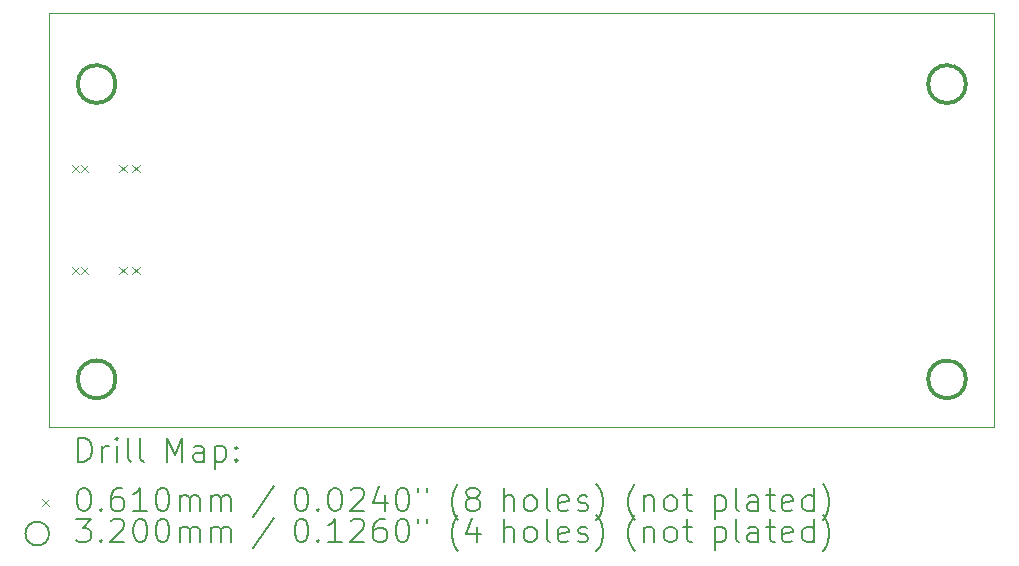
<source format=gbr>
%TF.GenerationSoftware,KiCad,Pcbnew,(7.0.0)*%
%TF.CreationDate,2023-03-04T11:40:16-06:00*%
%TF.ProjectId,V0_Display,56305f44-6973-4706-9c61-792e6b696361,rev?*%
%TF.SameCoordinates,Original*%
%TF.FileFunction,Drillmap*%
%TF.FilePolarity,Positive*%
%FSLAX45Y45*%
G04 Gerber Fmt 4.5, Leading zero omitted, Abs format (unit mm)*
G04 Created by KiCad (PCBNEW (7.0.0)) date 2023-03-04 11:40:16*
%MOMM*%
%LPD*%
G01*
G04 APERTURE LIST*
%ADD10C,0.050000*%
%ADD11C,0.200000*%
%ADD12C,0.060960*%
%ADD13C,0.320000*%
G04 APERTURE END LIST*
D10*
X8517000Y-8465000D02*
X8517000Y-4965000D01*
X16517000Y-8465000D02*
X8517000Y-8465000D01*
X8517000Y-4965000D02*
X16517000Y-4965000D01*
X16517000Y-4965000D02*
X16517000Y-8465000D01*
D11*
D12*
X8708030Y-6252320D02*
X8768990Y-6313280D01*
X8768990Y-6252320D02*
X8708030Y-6313280D01*
X8708030Y-7116320D02*
X8768990Y-7177280D01*
X8768990Y-7116320D02*
X8708030Y-7177280D01*
X8786770Y-6252320D02*
X8847730Y-6313280D01*
X8847730Y-6252320D02*
X8786770Y-6313280D01*
X8786770Y-7116320D02*
X8847730Y-7177280D01*
X8847730Y-7116320D02*
X8786770Y-7177280D01*
X9110790Y-6252320D02*
X9171750Y-6313280D01*
X9171750Y-6252320D02*
X9110790Y-6313280D01*
X9110790Y-7116320D02*
X9171750Y-7177280D01*
X9171750Y-7116320D02*
X9110790Y-7177280D01*
X9220010Y-6252320D02*
X9280970Y-6313280D01*
X9280970Y-6252320D02*
X9220010Y-6313280D01*
X9220010Y-7116320D02*
X9280970Y-7177280D01*
X9280970Y-7116320D02*
X9220010Y-7177280D01*
D13*
X9077000Y-5565000D02*
G75*
G03*
X9077000Y-5565000I-160000J0D01*
G01*
X9077000Y-8065000D02*
G75*
G03*
X9077000Y-8065000I-160000J0D01*
G01*
X16277000Y-5565000D02*
G75*
G03*
X16277000Y-5565000I-160000J0D01*
G01*
X16277000Y-8065000D02*
G75*
G03*
X16277000Y-8065000I-160000J0D01*
G01*
D11*
X8762119Y-8760976D02*
X8762119Y-8560976D01*
X8762119Y-8560976D02*
X8809738Y-8560976D01*
X8809738Y-8560976D02*
X8838310Y-8570500D01*
X8838310Y-8570500D02*
X8857357Y-8589548D01*
X8857357Y-8589548D02*
X8866881Y-8608595D01*
X8866881Y-8608595D02*
X8876405Y-8646690D01*
X8876405Y-8646690D02*
X8876405Y-8675262D01*
X8876405Y-8675262D02*
X8866881Y-8713357D01*
X8866881Y-8713357D02*
X8857357Y-8732405D01*
X8857357Y-8732405D02*
X8838310Y-8751452D01*
X8838310Y-8751452D02*
X8809738Y-8760976D01*
X8809738Y-8760976D02*
X8762119Y-8760976D01*
X8962119Y-8760976D02*
X8962119Y-8627643D01*
X8962119Y-8665738D02*
X8971643Y-8646690D01*
X8971643Y-8646690D02*
X8981167Y-8637167D01*
X8981167Y-8637167D02*
X9000214Y-8627643D01*
X9000214Y-8627643D02*
X9019262Y-8627643D01*
X9085929Y-8760976D02*
X9085929Y-8627643D01*
X9085929Y-8560976D02*
X9076405Y-8570500D01*
X9076405Y-8570500D02*
X9085929Y-8580024D01*
X9085929Y-8580024D02*
X9095452Y-8570500D01*
X9095452Y-8570500D02*
X9085929Y-8560976D01*
X9085929Y-8560976D02*
X9085929Y-8580024D01*
X9209738Y-8760976D02*
X9190690Y-8751452D01*
X9190690Y-8751452D02*
X9181167Y-8732405D01*
X9181167Y-8732405D02*
X9181167Y-8560976D01*
X9314500Y-8760976D02*
X9295452Y-8751452D01*
X9295452Y-8751452D02*
X9285929Y-8732405D01*
X9285929Y-8732405D02*
X9285929Y-8560976D01*
X9510690Y-8760976D02*
X9510690Y-8560976D01*
X9510690Y-8560976D02*
X9577357Y-8703833D01*
X9577357Y-8703833D02*
X9644024Y-8560976D01*
X9644024Y-8560976D02*
X9644024Y-8760976D01*
X9824976Y-8760976D02*
X9824976Y-8656214D01*
X9824976Y-8656214D02*
X9815452Y-8637167D01*
X9815452Y-8637167D02*
X9796405Y-8627643D01*
X9796405Y-8627643D02*
X9758309Y-8627643D01*
X9758309Y-8627643D02*
X9739262Y-8637167D01*
X9824976Y-8751452D02*
X9805929Y-8760976D01*
X9805929Y-8760976D02*
X9758309Y-8760976D01*
X9758309Y-8760976D02*
X9739262Y-8751452D01*
X9739262Y-8751452D02*
X9729738Y-8732405D01*
X9729738Y-8732405D02*
X9729738Y-8713357D01*
X9729738Y-8713357D02*
X9739262Y-8694310D01*
X9739262Y-8694310D02*
X9758309Y-8684786D01*
X9758309Y-8684786D02*
X9805929Y-8684786D01*
X9805929Y-8684786D02*
X9824976Y-8675262D01*
X9920214Y-8627643D02*
X9920214Y-8827643D01*
X9920214Y-8637167D02*
X9939262Y-8627643D01*
X9939262Y-8627643D02*
X9977357Y-8627643D01*
X9977357Y-8627643D02*
X9996405Y-8637167D01*
X9996405Y-8637167D02*
X10005929Y-8646690D01*
X10005929Y-8646690D02*
X10015452Y-8665738D01*
X10015452Y-8665738D02*
X10015452Y-8722881D01*
X10015452Y-8722881D02*
X10005929Y-8741929D01*
X10005929Y-8741929D02*
X9996405Y-8751452D01*
X9996405Y-8751452D02*
X9977357Y-8760976D01*
X9977357Y-8760976D02*
X9939262Y-8760976D01*
X9939262Y-8760976D02*
X9920214Y-8751452D01*
X10101167Y-8741929D02*
X10110690Y-8751452D01*
X10110690Y-8751452D02*
X10101167Y-8760976D01*
X10101167Y-8760976D02*
X10091643Y-8751452D01*
X10091643Y-8751452D02*
X10101167Y-8741929D01*
X10101167Y-8741929D02*
X10101167Y-8760976D01*
X10101167Y-8637167D02*
X10110690Y-8646690D01*
X10110690Y-8646690D02*
X10101167Y-8656214D01*
X10101167Y-8656214D02*
X10091643Y-8646690D01*
X10091643Y-8646690D02*
X10101167Y-8637167D01*
X10101167Y-8637167D02*
X10101167Y-8656214D01*
D12*
X8453540Y-9077020D02*
X8514500Y-9137980D01*
X8514500Y-9077020D02*
X8453540Y-9137980D01*
D11*
X8800214Y-8980976D02*
X8819262Y-8980976D01*
X8819262Y-8980976D02*
X8838310Y-8990500D01*
X8838310Y-8990500D02*
X8847833Y-9000024D01*
X8847833Y-9000024D02*
X8857357Y-9019071D01*
X8857357Y-9019071D02*
X8866881Y-9057167D01*
X8866881Y-9057167D02*
X8866881Y-9104786D01*
X8866881Y-9104786D02*
X8857357Y-9142881D01*
X8857357Y-9142881D02*
X8847833Y-9161929D01*
X8847833Y-9161929D02*
X8838310Y-9171452D01*
X8838310Y-9171452D02*
X8819262Y-9180976D01*
X8819262Y-9180976D02*
X8800214Y-9180976D01*
X8800214Y-9180976D02*
X8781167Y-9171452D01*
X8781167Y-9171452D02*
X8771643Y-9161929D01*
X8771643Y-9161929D02*
X8762119Y-9142881D01*
X8762119Y-9142881D02*
X8752595Y-9104786D01*
X8752595Y-9104786D02*
X8752595Y-9057167D01*
X8752595Y-9057167D02*
X8762119Y-9019071D01*
X8762119Y-9019071D02*
X8771643Y-9000024D01*
X8771643Y-9000024D02*
X8781167Y-8990500D01*
X8781167Y-8990500D02*
X8800214Y-8980976D01*
X8952595Y-9161929D02*
X8962119Y-9171452D01*
X8962119Y-9171452D02*
X8952595Y-9180976D01*
X8952595Y-9180976D02*
X8943071Y-9171452D01*
X8943071Y-9171452D02*
X8952595Y-9161929D01*
X8952595Y-9161929D02*
X8952595Y-9180976D01*
X9133548Y-8980976D02*
X9095452Y-8980976D01*
X9095452Y-8980976D02*
X9076405Y-8990500D01*
X9076405Y-8990500D02*
X9066881Y-9000024D01*
X9066881Y-9000024D02*
X9047833Y-9028595D01*
X9047833Y-9028595D02*
X9038310Y-9066690D01*
X9038310Y-9066690D02*
X9038310Y-9142881D01*
X9038310Y-9142881D02*
X9047833Y-9161929D01*
X9047833Y-9161929D02*
X9057357Y-9171452D01*
X9057357Y-9171452D02*
X9076405Y-9180976D01*
X9076405Y-9180976D02*
X9114500Y-9180976D01*
X9114500Y-9180976D02*
X9133548Y-9171452D01*
X9133548Y-9171452D02*
X9143071Y-9161929D01*
X9143071Y-9161929D02*
X9152595Y-9142881D01*
X9152595Y-9142881D02*
X9152595Y-9095262D01*
X9152595Y-9095262D02*
X9143071Y-9076214D01*
X9143071Y-9076214D02*
X9133548Y-9066690D01*
X9133548Y-9066690D02*
X9114500Y-9057167D01*
X9114500Y-9057167D02*
X9076405Y-9057167D01*
X9076405Y-9057167D02*
X9057357Y-9066690D01*
X9057357Y-9066690D02*
X9047833Y-9076214D01*
X9047833Y-9076214D02*
X9038310Y-9095262D01*
X9343071Y-9180976D02*
X9228786Y-9180976D01*
X9285929Y-9180976D02*
X9285929Y-8980976D01*
X9285929Y-8980976D02*
X9266881Y-9009548D01*
X9266881Y-9009548D02*
X9247833Y-9028595D01*
X9247833Y-9028595D02*
X9228786Y-9038119D01*
X9466881Y-8980976D02*
X9485929Y-8980976D01*
X9485929Y-8980976D02*
X9504976Y-8990500D01*
X9504976Y-8990500D02*
X9514500Y-9000024D01*
X9514500Y-9000024D02*
X9524024Y-9019071D01*
X9524024Y-9019071D02*
X9533548Y-9057167D01*
X9533548Y-9057167D02*
X9533548Y-9104786D01*
X9533548Y-9104786D02*
X9524024Y-9142881D01*
X9524024Y-9142881D02*
X9514500Y-9161929D01*
X9514500Y-9161929D02*
X9504976Y-9171452D01*
X9504976Y-9171452D02*
X9485929Y-9180976D01*
X9485929Y-9180976D02*
X9466881Y-9180976D01*
X9466881Y-9180976D02*
X9447833Y-9171452D01*
X9447833Y-9171452D02*
X9438310Y-9161929D01*
X9438310Y-9161929D02*
X9428786Y-9142881D01*
X9428786Y-9142881D02*
X9419262Y-9104786D01*
X9419262Y-9104786D02*
X9419262Y-9057167D01*
X9419262Y-9057167D02*
X9428786Y-9019071D01*
X9428786Y-9019071D02*
X9438310Y-9000024D01*
X9438310Y-9000024D02*
X9447833Y-8990500D01*
X9447833Y-8990500D02*
X9466881Y-8980976D01*
X9619262Y-9180976D02*
X9619262Y-9047643D01*
X9619262Y-9066690D02*
X9628786Y-9057167D01*
X9628786Y-9057167D02*
X9647833Y-9047643D01*
X9647833Y-9047643D02*
X9676405Y-9047643D01*
X9676405Y-9047643D02*
X9695452Y-9057167D01*
X9695452Y-9057167D02*
X9704976Y-9076214D01*
X9704976Y-9076214D02*
X9704976Y-9180976D01*
X9704976Y-9076214D02*
X9714500Y-9057167D01*
X9714500Y-9057167D02*
X9733548Y-9047643D01*
X9733548Y-9047643D02*
X9762119Y-9047643D01*
X9762119Y-9047643D02*
X9781167Y-9057167D01*
X9781167Y-9057167D02*
X9790691Y-9076214D01*
X9790691Y-9076214D02*
X9790691Y-9180976D01*
X9885929Y-9180976D02*
X9885929Y-9047643D01*
X9885929Y-9066690D02*
X9895452Y-9057167D01*
X9895452Y-9057167D02*
X9914500Y-9047643D01*
X9914500Y-9047643D02*
X9943072Y-9047643D01*
X9943072Y-9047643D02*
X9962119Y-9057167D01*
X9962119Y-9057167D02*
X9971643Y-9076214D01*
X9971643Y-9076214D02*
X9971643Y-9180976D01*
X9971643Y-9076214D02*
X9981167Y-9057167D01*
X9981167Y-9057167D02*
X10000214Y-9047643D01*
X10000214Y-9047643D02*
X10028786Y-9047643D01*
X10028786Y-9047643D02*
X10047833Y-9057167D01*
X10047833Y-9057167D02*
X10057357Y-9076214D01*
X10057357Y-9076214D02*
X10057357Y-9180976D01*
X10415452Y-8971452D02*
X10244024Y-9228595D01*
X10640214Y-8980976D02*
X10659262Y-8980976D01*
X10659262Y-8980976D02*
X10678310Y-8990500D01*
X10678310Y-8990500D02*
X10687833Y-9000024D01*
X10687833Y-9000024D02*
X10697357Y-9019071D01*
X10697357Y-9019071D02*
X10706881Y-9057167D01*
X10706881Y-9057167D02*
X10706881Y-9104786D01*
X10706881Y-9104786D02*
X10697357Y-9142881D01*
X10697357Y-9142881D02*
X10687833Y-9161929D01*
X10687833Y-9161929D02*
X10678310Y-9171452D01*
X10678310Y-9171452D02*
X10659262Y-9180976D01*
X10659262Y-9180976D02*
X10640214Y-9180976D01*
X10640214Y-9180976D02*
X10621167Y-9171452D01*
X10621167Y-9171452D02*
X10611643Y-9161929D01*
X10611643Y-9161929D02*
X10602119Y-9142881D01*
X10602119Y-9142881D02*
X10592595Y-9104786D01*
X10592595Y-9104786D02*
X10592595Y-9057167D01*
X10592595Y-9057167D02*
X10602119Y-9019071D01*
X10602119Y-9019071D02*
X10611643Y-9000024D01*
X10611643Y-9000024D02*
X10621167Y-8990500D01*
X10621167Y-8990500D02*
X10640214Y-8980976D01*
X10792595Y-9161929D02*
X10802119Y-9171452D01*
X10802119Y-9171452D02*
X10792595Y-9180976D01*
X10792595Y-9180976D02*
X10783072Y-9171452D01*
X10783072Y-9171452D02*
X10792595Y-9161929D01*
X10792595Y-9161929D02*
X10792595Y-9180976D01*
X10925929Y-8980976D02*
X10944976Y-8980976D01*
X10944976Y-8980976D02*
X10964024Y-8990500D01*
X10964024Y-8990500D02*
X10973548Y-9000024D01*
X10973548Y-9000024D02*
X10983072Y-9019071D01*
X10983072Y-9019071D02*
X10992595Y-9057167D01*
X10992595Y-9057167D02*
X10992595Y-9104786D01*
X10992595Y-9104786D02*
X10983072Y-9142881D01*
X10983072Y-9142881D02*
X10973548Y-9161929D01*
X10973548Y-9161929D02*
X10964024Y-9171452D01*
X10964024Y-9171452D02*
X10944976Y-9180976D01*
X10944976Y-9180976D02*
X10925929Y-9180976D01*
X10925929Y-9180976D02*
X10906881Y-9171452D01*
X10906881Y-9171452D02*
X10897357Y-9161929D01*
X10897357Y-9161929D02*
X10887833Y-9142881D01*
X10887833Y-9142881D02*
X10878310Y-9104786D01*
X10878310Y-9104786D02*
X10878310Y-9057167D01*
X10878310Y-9057167D02*
X10887833Y-9019071D01*
X10887833Y-9019071D02*
X10897357Y-9000024D01*
X10897357Y-9000024D02*
X10906881Y-8990500D01*
X10906881Y-8990500D02*
X10925929Y-8980976D01*
X11068786Y-9000024D02*
X11078310Y-8990500D01*
X11078310Y-8990500D02*
X11097357Y-8980976D01*
X11097357Y-8980976D02*
X11144976Y-8980976D01*
X11144976Y-8980976D02*
X11164024Y-8990500D01*
X11164024Y-8990500D02*
X11173548Y-9000024D01*
X11173548Y-9000024D02*
X11183072Y-9019071D01*
X11183072Y-9019071D02*
X11183072Y-9038119D01*
X11183072Y-9038119D02*
X11173548Y-9066690D01*
X11173548Y-9066690D02*
X11059262Y-9180976D01*
X11059262Y-9180976D02*
X11183072Y-9180976D01*
X11354500Y-9047643D02*
X11354500Y-9180976D01*
X11306881Y-8971452D02*
X11259262Y-9114310D01*
X11259262Y-9114310D02*
X11383071Y-9114310D01*
X11497357Y-8980976D02*
X11516405Y-8980976D01*
X11516405Y-8980976D02*
X11535452Y-8990500D01*
X11535452Y-8990500D02*
X11544976Y-9000024D01*
X11544976Y-9000024D02*
X11554500Y-9019071D01*
X11554500Y-9019071D02*
X11564024Y-9057167D01*
X11564024Y-9057167D02*
X11564024Y-9104786D01*
X11564024Y-9104786D02*
X11554500Y-9142881D01*
X11554500Y-9142881D02*
X11544976Y-9161929D01*
X11544976Y-9161929D02*
X11535452Y-9171452D01*
X11535452Y-9171452D02*
X11516405Y-9180976D01*
X11516405Y-9180976D02*
X11497357Y-9180976D01*
X11497357Y-9180976D02*
X11478310Y-9171452D01*
X11478310Y-9171452D02*
X11468786Y-9161929D01*
X11468786Y-9161929D02*
X11459262Y-9142881D01*
X11459262Y-9142881D02*
X11449738Y-9104786D01*
X11449738Y-9104786D02*
X11449738Y-9057167D01*
X11449738Y-9057167D02*
X11459262Y-9019071D01*
X11459262Y-9019071D02*
X11468786Y-9000024D01*
X11468786Y-9000024D02*
X11478310Y-8990500D01*
X11478310Y-8990500D02*
X11497357Y-8980976D01*
X11640214Y-8980976D02*
X11640214Y-9019071D01*
X11716405Y-8980976D02*
X11716405Y-9019071D01*
X11979262Y-9257167D02*
X11969738Y-9247643D01*
X11969738Y-9247643D02*
X11950691Y-9219071D01*
X11950691Y-9219071D02*
X11941167Y-9200024D01*
X11941167Y-9200024D02*
X11931643Y-9171452D01*
X11931643Y-9171452D02*
X11922119Y-9123833D01*
X11922119Y-9123833D02*
X11922119Y-9085738D01*
X11922119Y-9085738D02*
X11931643Y-9038119D01*
X11931643Y-9038119D02*
X11941167Y-9009548D01*
X11941167Y-9009548D02*
X11950691Y-8990500D01*
X11950691Y-8990500D02*
X11969738Y-8961929D01*
X11969738Y-8961929D02*
X11979262Y-8952405D01*
X12084024Y-9066690D02*
X12064976Y-9057167D01*
X12064976Y-9057167D02*
X12055452Y-9047643D01*
X12055452Y-9047643D02*
X12045929Y-9028595D01*
X12045929Y-9028595D02*
X12045929Y-9019071D01*
X12045929Y-9019071D02*
X12055452Y-9000024D01*
X12055452Y-9000024D02*
X12064976Y-8990500D01*
X12064976Y-8990500D02*
X12084024Y-8980976D01*
X12084024Y-8980976D02*
X12122119Y-8980976D01*
X12122119Y-8980976D02*
X12141167Y-8990500D01*
X12141167Y-8990500D02*
X12150691Y-9000024D01*
X12150691Y-9000024D02*
X12160214Y-9019071D01*
X12160214Y-9019071D02*
X12160214Y-9028595D01*
X12160214Y-9028595D02*
X12150691Y-9047643D01*
X12150691Y-9047643D02*
X12141167Y-9057167D01*
X12141167Y-9057167D02*
X12122119Y-9066690D01*
X12122119Y-9066690D02*
X12084024Y-9066690D01*
X12084024Y-9066690D02*
X12064976Y-9076214D01*
X12064976Y-9076214D02*
X12055452Y-9085738D01*
X12055452Y-9085738D02*
X12045929Y-9104786D01*
X12045929Y-9104786D02*
X12045929Y-9142881D01*
X12045929Y-9142881D02*
X12055452Y-9161929D01*
X12055452Y-9161929D02*
X12064976Y-9171452D01*
X12064976Y-9171452D02*
X12084024Y-9180976D01*
X12084024Y-9180976D02*
X12122119Y-9180976D01*
X12122119Y-9180976D02*
X12141167Y-9171452D01*
X12141167Y-9171452D02*
X12150691Y-9161929D01*
X12150691Y-9161929D02*
X12160214Y-9142881D01*
X12160214Y-9142881D02*
X12160214Y-9104786D01*
X12160214Y-9104786D02*
X12150691Y-9085738D01*
X12150691Y-9085738D02*
X12141167Y-9076214D01*
X12141167Y-9076214D02*
X12122119Y-9066690D01*
X12365929Y-9180976D02*
X12365929Y-8980976D01*
X12451643Y-9180976D02*
X12451643Y-9076214D01*
X12451643Y-9076214D02*
X12442119Y-9057167D01*
X12442119Y-9057167D02*
X12423072Y-9047643D01*
X12423072Y-9047643D02*
X12394500Y-9047643D01*
X12394500Y-9047643D02*
X12375452Y-9057167D01*
X12375452Y-9057167D02*
X12365929Y-9066690D01*
X12575452Y-9180976D02*
X12556405Y-9171452D01*
X12556405Y-9171452D02*
X12546881Y-9161929D01*
X12546881Y-9161929D02*
X12537357Y-9142881D01*
X12537357Y-9142881D02*
X12537357Y-9085738D01*
X12537357Y-9085738D02*
X12546881Y-9066690D01*
X12546881Y-9066690D02*
X12556405Y-9057167D01*
X12556405Y-9057167D02*
X12575452Y-9047643D01*
X12575452Y-9047643D02*
X12604024Y-9047643D01*
X12604024Y-9047643D02*
X12623072Y-9057167D01*
X12623072Y-9057167D02*
X12632595Y-9066690D01*
X12632595Y-9066690D02*
X12642119Y-9085738D01*
X12642119Y-9085738D02*
X12642119Y-9142881D01*
X12642119Y-9142881D02*
X12632595Y-9161929D01*
X12632595Y-9161929D02*
X12623072Y-9171452D01*
X12623072Y-9171452D02*
X12604024Y-9180976D01*
X12604024Y-9180976D02*
X12575452Y-9180976D01*
X12756405Y-9180976D02*
X12737357Y-9171452D01*
X12737357Y-9171452D02*
X12727833Y-9152405D01*
X12727833Y-9152405D02*
X12727833Y-8980976D01*
X12908786Y-9171452D02*
X12889738Y-9180976D01*
X12889738Y-9180976D02*
X12851643Y-9180976D01*
X12851643Y-9180976D02*
X12832595Y-9171452D01*
X12832595Y-9171452D02*
X12823072Y-9152405D01*
X12823072Y-9152405D02*
X12823072Y-9076214D01*
X12823072Y-9076214D02*
X12832595Y-9057167D01*
X12832595Y-9057167D02*
X12851643Y-9047643D01*
X12851643Y-9047643D02*
X12889738Y-9047643D01*
X12889738Y-9047643D02*
X12908786Y-9057167D01*
X12908786Y-9057167D02*
X12918310Y-9076214D01*
X12918310Y-9076214D02*
X12918310Y-9095262D01*
X12918310Y-9095262D02*
X12823072Y-9114310D01*
X12994500Y-9171452D02*
X13013548Y-9180976D01*
X13013548Y-9180976D02*
X13051643Y-9180976D01*
X13051643Y-9180976D02*
X13070691Y-9171452D01*
X13070691Y-9171452D02*
X13080214Y-9152405D01*
X13080214Y-9152405D02*
X13080214Y-9142881D01*
X13080214Y-9142881D02*
X13070691Y-9123833D01*
X13070691Y-9123833D02*
X13051643Y-9114310D01*
X13051643Y-9114310D02*
X13023072Y-9114310D01*
X13023072Y-9114310D02*
X13004024Y-9104786D01*
X13004024Y-9104786D02*
X12994500Y-9085738D01*
X12994500Y-9085738D02*
X12994500Y-9076214D01*
X12994500Y-9076214D02*
X13004024Y-9057167D01*
X13004024Y-9057167D02*
X13023072Y-9047643D01*
X13023072Y-9047643D02*
X13051643Y-9047643D01*
X13051643Y-9047643D02*
X13070691Y-9057167D01*
X13146881Y-9257167D02*
X13156405Y-9247643D01*
X13156405Y-9247643D02*
X13175453Y-9219071D01*
X13175453Y-9219071D02*
X13184976Y-9200024D01*
X13184976Y-9200024D02*
X13194500Y-9171452D01*
X13194500Y-9171452D02*
X13204024Y-9123833D01*
X13204024Y-9123833D02*
X13204024Y-9085738D01*
X13204024Y-9085738D02*
X13194500Y-9038119D01*
X13194500Y-9038119D02*
X13184976Y-9009548D01*
X13184976Y-9009548D02*
X13175453Y-8990500D01*
X13175453Y-8990500D02*
X13156405Y-8961929D01*
X13156405Y-8961929D02*
X13146881Y-8952405D01*
X13476405Y-9257167D02*
X13466881Y-9247643D01*
X13466881Y-9247643D02*
X13447833Y-9219071D01*
X13447833Y-9219071D02*
X13438310Y-9200024D01*
X13438310Y-9200024D02*
X13428786Y-9171452D01*
X13428786Y-9171452D02*
X13419262Y-9123833D01*
X13419262Y-9123833D02*
X13419262Y-9085738D01*
X13419262Y-9085738D02*
X13428786Y-9038119D01*
X13428786Y-9038119D02*
X13438310Y-9009548D01*
X13438310Y-9009548D02*
X13447833Y-8990500D01*
X13447833Y-8990500D02*
X13466881Y-8961929D01*
X13466881Y-8961929D02*
X13476405Y-8952405D01*
X13552595Y-9047643D02*
X13552595Y-9180976D01*
X13552595Y-9066690D02*
X13562119Y-9057167D01*
X13562119Y-9057167D02*
X13581167Y-9047643D01*
X13581167Y-9047643D02*
X13609738Y-9047643D01*
X13609738Y-9047643D02*
X13628786Y-9057167D01*
X13628786Y-9057167D02*
X13638310Y-9076214D01*
X13638310Y-9076214D02*
X13638310Y-9180976D01*
X13762119Y-9180976D02*
X13743072Y-9171452D01*
X13743072Y-9171452D02*
X13733548Y-9161929D01*
X13733548Y-9161929D02*
X13724024Y-9142881D01*
X13724024Y-9142881D02*
X13724024Y-9085738D01*
X13724024Y-9085738D02*
X13733548Y-9066690D01*
X13733548Y-9066690D02*
X13743072Y-9057167D01*
X13743072Y-9057167D02*
X13762119Y-9047643D01*
X13762119Y-9047643D02*
X13790691Y-9047643D01*
X13790691Y-9047643D02*
X13809738Y-9057167D01*
X13809738Y-9057167D02*
X13819262Y-9066690D01*
X13819262Y-9066690D02*
X13828786Y-9085738D01*
X13828786Y-9085738D02*
X13828786Y-9142881D01*
X13828786Y-9142881D02*
X13819262Y-9161929D01*
X13819262Y-9161929D02*
X13809738Y-9171452D01*
X13809738Y-9171452D02*
X13790691Y-9180976D01*
X13790691Y-9180976D02*
X13762119Y-9180976D01*
X13885929Y-9047643D02*
X13962119Y-9047643D01*
X13914500Y-8980976D02*
X13914500Y-9152405D01*
X13914500Y-9152405D02*
X13924024Y-9171452D01*
X13924024Y-9171452D02*
X13943072Y-9180976D01*
X13943072Y-9180976D02*
X13962119Y-9180976D01*
X14148786Y-9047643D02*
X14148786Y-9247643D01*
X14148786Y-9057167D02*
X14167833Y-9047643D01*
X14167833Y-9047643D02*
X14205929Y-9047643D01*
X14205929Y-9047643D02*
X14224976Y-9057167D01*
X14224976Y-9057167D02*
X14234500Y-9066690D01*
X14234500Y-9066690D02*
X14244024Y-9085738D01*
X14244024Y-9085738D02*
X14244024Y-9142881D01*
X14244024Y-9142881D02*
X14234500Y-9161929D01*
X14234500Y-9161929D02*
X14224976Y-9171452D01*
X14224976Y-9171452D02*
X14205929Y-9180976D01*
X14205929Y-9180976D02*
X14167833Y-9180976D01*
X14167833Y-9180976D02*
X14148786Y-9171452D01*
X14358310Y-9180976D02*
X14339262Y-9171452D01*
X14339262Y-9171452D02*
X14329738Y-9152405D01*
X14329738Y-9152405D02*
X14329738Y-8980976D01*
X14520214Y-9180976D02*
X14520214Y-9076214D01*
X14520214Y-9076214D02*
X14510691Y-9057167D01*
X14510691Y-9057167D02*
X14491643Y-9047643D01*
X14491643Y-9047643D02*
X14453548Y-9047643D01*
X14453548Y-9047643D02*
X14434500Y-9057167D01*
X14520214Y-9171452D02*
X14501167Y-9180976D01*
X14501167Y-9180976D02*
X14453548Y-9180976D01*
X14453548Y-9180976D02*
X14434500Y-9171452D01*
X14434500Y-9171452D02*
X14424976Y-9152405D01*
X14424976Y-9152405D02*
X14424976Y-9133357D01*
X14424976Y-9133357D02*
X14434500Y-9114310D01*
X14434500Y-9114310D02*
X14453548Y-9104786D01*
X14453548Y-9104786D02*
X14501167Y-9104786D01*
X14501167Y-9104786D02*
X14520214Y-9095262D01*
X14586881Y-9047643D02*
X14663072Y-9047643D01*
X14615453Y-8980976D02*
X14615453Y-9152405D01*
X14615453Y-9152405D02*
X14624976Y-9171452D01*
X14624976Y-9171452D02*
X14644024Y-9180976D01*
X14644024Y-9180976D02*
X14663072Y-9180976D01*
X14805929Y-9171452D02*
X14786881Y-9180976D01*
X14786881Y-9180976D02*
X14748786Y-9180976D01*
X14748786Y-9180976D02*
X14729738Y-9171452D01*
X14729738Y-9171452D02*
X14720214Y-9152405D01*
X14720214Y-9152405D02*
X14720214Y-9076214D01*
X14720214Y-9076214D02*
X14729738Y-9057167D01*
X14729738Y-9057167D02*
X14748786Y-9047643D01*
X14748786Y-9047643D02*
X14786881Y-9047643D01*
X14786881Y-9047643D02*
X14805929Y-9057167D01*
X14805929Y-9057167D02*
X14815453Y-9076214D01*
X14815453Y-9076214D02*
X14815453Y-9095262D01*
X14815453Y-9095262D02*
X14720214Y-9114310D01*
X14986881Y-9180976D02*
X14986881Y-8980976D01*
X14986881Y-9171452D02*
X14967834Y-9180976D01*
X14967834Y-9180976D02*
X14929738Y-9180976D01*
X14929738Y-9180976D02*
X14910691Y-9171452D01*
X14910691Y-9171452D02*
X14901167Y-9161929D01*
X14901167Y-9161929D02*
X14891643Y-9142881D01*
X14891643Y-9142881D02*
X14891643Y-9085738D01*
X14891643Y-9085738D02*
X14901167Y-9066690D01*
X14901167Y-9066690D02*
X14910691Y-9057167D01*
X14910691Y-9057167D02*
X14929738Y-9047643D01*
X14929738Y-9047643D02*
X14967834Y-9047643D01*
X14967834Y-9047643D02*
X14986881Y-9057167D01*
X15063072Y-9257167D02*
X15072595Y-9247643D01*
X15072595Y-9247643D02*
X15091643Y-9219071D01*
X15091643Y-9219071D02*
X15101167Y-9200024D01*
X15101167Y-9200024D02*
X15110691Y-9171452D01*
X15110691Y-9171452D02*
X15120214Y-9123833D01*
X15120214Y-9123833D02*
X15120214Y-9085738D01*
X15120214Y-9085738D02*
X15110691Y-9038119D01*
X15110691Y-9038119D02*
X15101167Y-9009548D01*
X15101167Y-9009548D02*
X15091643Y-8990500D01*
X15091643Y-8990500D02*
X15072595Y-8961929D01*
X15072595Y-8961929D02*
X15063072Y-8952405D01*
X8514500Y-9371500D02*
G75*
G03*
X8514500Y-9371500I-100000J0D01*
G01*
X8743071Y-9244976D02*
X8866881Y-9244976D01*
X8866881Y-9244976D02*
X8800214Y-9321167D01*
X8800214Y-9321167D02*
X8828786Y-9321167D01*
X8828786Y-9321167D02*
X8847833Y-9330690D01*
X8847833Y-9330690D02*
X8857357Y-9340214D01*
X8857357Y-9340214D02*
X8866881Y-9359262D01*
X8866881Y-9359262D02*
X8866881Y-9406881D01*
X8866881Y-9406881D02*
X8857357Y-9425929D01*
X8857357Y-9425929D02*
X8847833Y-9435452D01*
X8847833Y-9435452D02*
X8828786Y-9444976D01*
X8828786Y-9444976D02*
X8771643Y-9444976D01*
X8771643Y-9444976D02*
X8752595Y-9435452D01*
X8752595Y-9435452D02*
X8743071Y-9425929D01*
X8952595Y-9425929D02*
X8962119Y-9435452D01*
X8962119Y-9435452D02*
X8952595Y-9444976D01*
X8952595Y-9444976D02*
X8943071Y-9435452D01*
X8943071Y-9435452D02*
X8952595Y-9425929D01*
X8952595Y-9425929D02*
X8952595Y-9444976D01*
X9038310Y-9264024D02*
X9047833Y-9254500D01*
X9047833Y-9254500D02*
X9066881Y-9244976D01*
X9066881Y-9244976D02*
X9114500Y-9244976D01*
X9114500Y-9244976D02*
X9133548Y-9254500D01*
X9133548Y-9254500D02*
X9143071Y-9264024D01*
X9143071Y-9264024D02*
X9152595Y-9283071D01*
X9152595Y-9283071D02*
X9152595Y-9302119D01*
X9152595Y-9302119D02*
X9143071Y-9330690D01*
X9143071Y-9330690D02*
X9028786Y-9444976D01*
X9028786Y-9444976D02*
X9152595Y-9444976D01*
X9276405Y-9244976D02*
X9295452Y-9244976D01*
X9295452Y-9244976D02*
X9314500Y-9254500D01*
X9314500Y-9254500D02*
X9324024Y-9264024D01*
X9324024Y-9264024D02*
X9333548Y-9283071D01*
X9333548Y-9283071D02*
X9343071Y-9321167D01*
X9343071Y-9321167D02*
X9343071Y-9368786D01*
X9343071Y-9368786D02*
X9333548Y-9406881D01*
X9333548Y-9406881D02*
X9324024Y-9425929D01*
X9324024Y-9425929D02*
X9314500Y-9435452D01*
X9314500Y-9435452D02*
X9295452Y-9444976D01*
X9295452Y-9444976D02*
X9276405Y-9444976D01*
X9276405Y-9444976D02*
X9257357Y-9435452D01*
X9257357Y-9435452D02*
X9247833Y-9425929D01*
X9247833Y-9425929D02*
X9238310Y-9406881D01*
X9238310Y-9406881D02*
X9228786Y-9368786D01*
X9228786Y-9368786D02*
X9228786Y-9321167D01*
X9228786Y-9321167D02*
X9238310Y-9283071D01*
X9238310Y-9283071D02*
X9247833Y-9264024D01*
X9247833Y-9264024D02*
X9257357Y-9254500D01*
X9257357Y-9254500D02*
X9276405Y-9244976D01*
X9466881Y-9244976D02*
X9485929Y-9244976D01*
X9485929Y-9244976D02*
X9504976Y-9254500D01*
X9504976Y-9254500D02*
X9514500Y-9264024D01*
X9514500Y-9264024D02*
X9524024Y-9283071D01*
X9524024Y-9283071D02*
X9533548Y-9321167D01*
X9533548Y-9321167D02*
X9533548Y-9368786D01*
X9533548Y-9368786D02*
X9524024Y-9406881D01*
X9524024Y-9406881D02*
X9514500Y-9425929D01*
X9514500Y-9425929D02*
X9504976Y-9435452D01*
X9504976Y-9435452D02*
X9485929Y-9444976D01*
X9485929Y-9444976D02*
X9466881Y-9444976D01*
X9466881Y-9444976D02*
X9447833Y-9435452D01*
X9447833Y-9435452D02*
X9438310Y-9425929D01*
X9438310Y-9425929D02*
X9428786Y-9406881D01*
X9428786Y-9406881D02*
X9419262Y-9368786D01*
X9419262Y-9368786D02*
X9419262Y-9321167D01*
X9419262Y-9321167D02*
X9428786Y-9283071D01*
X9428786Y-9283071D02*
X9438310Y-9264024D01*
X9438310Y-9264024D02*
X9447833Y-9254500D01*
X9447833Y-9254500D02*
X9466881Y-9244976D01*
X9619262Y-9444976D02*
X9619262Y-9311643D01*
X9619262Y-9330690D02*
X9628786Y-9321167D01*
X9628786Y-9321167D02*
X9647833Y-9311643D01*
X9647833Y-9311643D02*
X9676405Y-9311643D01*
X9676405Y-9311643D02*
X9695452Y-9321167D01*
X9695452Y-9321167D02*
X9704976Y-9340214D01*
X9704976Y-9340214D02*
X9704976Y-9444976D01*
X9704976Y-9340214D02*
X9714500Y-9321167D01*
X9714500Y-9321167D02*
X9733548Y-9311643D01*
X9733548Y-9311643D02*
X9762119Y-9311643D01*
X9762119Y-9311643D02*
X9781167Y-9321167D01*
X9781167Y-9321167D02*
X9790691Y-9340214D01*
X9790691Y-9340214D02*
X9790691Y-9444976D01*
X9885929Y-9444976D02*
X9885929Y-9311643D01*
X9885929Y-9330690D02*
X9895452Y-9321167D01*
X9895452Y-9321167D02*
X9914500Y-9311643D01*
X9914500Y-9311643D02*
X9943072Y-9311643D01*
X9943072Y-9311643D02*
X9962119Y-9321167D01*
X9962119Y-9321167D02*
X9971643Y-9340214D01*
X9971643Y-9340214D02*
X9971643Y-9444976D01*
X9971643Y-9340214D02*
X9981167Y-9321167D01*
X9981167Y-9321167D02*
X10000214Y-9311643D01*
X10000214Y-9311643D02*
X10028786Y-9311643D01*
X10028786Y-9311643D02*
X10047833Y-9321167D01*
X10047833Y-9321167D02*
X10057357Y-9340214D01*
X10057357Y-9340214D02*
X10057357Y-9444976D01*
X10415452Y-9235452D02*
X10244024Y-9492595D01*
X10640214Y-9244976D02*
X10659262Y-9244976D01*
X10659262Y-9244976D02*
X10678310Y-9254500D01*
X10678310Y-9254500D02*
X10687833Y-9264024D01*
X10687833Y-9264024D02*
X10697357Y-9283071D01*
X10697357Y-9283071D02*
X10706881Y-9321167D01*
X10706881Y-9321167D02*
X10706881Y-9368786D01*
X10706881Y-9368786D02*
X10697357Y-9406881D01*
X10697357Y-9406881D02*
X10687833Y-9425929D01*
X10687833Y-9425929D02*
X10678310Y-9435452D01*
X10678310Y-9435452D02*
X10659262Y-9444976D01*
X10659262Y-9444976D02*
X10640214Y-9444976D01*
X10640214Y-9444976D02*
X10621167Y-9435452D01*
X10621167Y-9435452D02*
X10611643Y-9425929D01*
X10611643Y-9425929D02*
X10602119Y-9406881D01*
X10602119Y-9406881D02*
X10592595Y-9368786D01*
X10592595Y-9368786D02*
X10592595Y-9321167D01*
X10592595Y-9321167D02*
X10602119Y-9283071D01*
X10602119Y-9283071D02*
X10611643Y-9264024D01*
X10611643Y-9264024D02*
X10621167Y-9254500D01*
X10621167Y-9254500D02*
X10640214Y-9244976D01*
X10792595Y-9425929D02*
X10802119Y-9435452D01*
X10802119Y-9435452D02*
X10792595Y-9444976D01*
X10792595Y-9444976D02*
X10783072Y-9435452D01*
X10783072Y-9435452D02*
X10792595Y-9425929D01*
X10792595Y-9425929D02*
X10792595Y-9444976D01*
X10992595Y-9444976D02*
X10878310Y-9444976D01*
X10935452Y-9444976D02*
X10935452Y-9244976D01*
X10935452Y-9244976D02*
X10916405Y-9273548D01*
X10916405Y-9273548D02*
X10897357Y-9292595D01*
X10897357Y-9292595D02*
X10878310Y-9302119D01*
X11068786Y-9264024D02*
X11078310Y-9254500D01*
X11078310Y-9254500D02*
X11097357Y-9244976D01*
X11097357Y-9244976D02*
X11144976Y-9244976D01*
X11144976Y-9244976D02*
X11164024Y-9254500D01*
X11164024Y-9254500D02*
X11173548Y-9264024D01*
X11173548Y-9264024D02*
X11183072Y-9283071D01*
X11183072Y-9283071D02*
X11183072Y-9302119D01*
X11183072Y-9302119D02*
X11173548Y-9330690D01*
X11173548Y-9330690D02*
X11059262Y-9444976D01*
X11059262Y-9444976D02*
X11183072Y-9444976D01*
X11354500Y-9244976D02*
X11316405Y-9244976D01*
X11316405Y-9244976D02*
X11297357Y-9254500D01*
X11297357Y-9254500D02*
X11287833Y-9264024D01*
X11287833Y-9264024D02*
X11268786Y-9292595D01*
X11268786Y-9292595D02*
X11259262Y-9330690D01*
X11259262Y-9330690D02*
X11259262Y-9406881D01*
X11259262Y-9406881D02*
X11268786Y-9425929D01*
X11268786Y-9425929D02*
X11278310Y-9435452D01*
X11278310Y-9435452D02*
X11297357Y-9444976D01*
X11297357Y-9444976D02*
X11335452Y-9444976D01*
X11335452Y-9444976D02*
X11354500Y-9435452D01*
X11354500Y-9435452D02*
X11364024Y-9425929D01*
X11364024Y-9425929D02*
X11373548Y-9406881D01*
X11373548Y-9406881D02*
X11373548Y-9359262D01*
X11373548Y-9359262D02*
X11364024Y-9340214D01*
X11364024Y-9340214D02*
X11354500Y-9330690D01*
X11354500Y-9330690D02*
X11335452Y-9321167D01*
X11335452Y-9321167D02*
X11297357Y-9321167D01*
X11297357Y-9321167D02*
X11278310Y-9330690D01*
X11278310Y-9330690D02*
X11268786Y-9340214D01*
X11268786Y-9340214D02*
X11259262Y-9359262D01*
X11497357Y-9244976D02*
X11516405Y-9244976D01*
X11516405Y-9244976D02*
X11535452Y-9254500D01*
X11535452Y-9254500D02*
X11544976Y-9264024D01*
X11544976Y-9264024D02*
X11554500Y-9283071D01*
X11554500Y-9283071D02*
X11564024Y-9321167D01*
X11564024Y-9321167D02*
X11564024Y-9368786D01*
X11564024Y-9368786D02*
X11554500Y-9406881D01*
X11554500Y-9406881D02*
X11544976Y-9425929D01*
X11544976Y-9425929D02*
X11535452Y-9435452D01*
X11535452Y-9435452D02*
X11516405Y-9444976D01*
X11516405Y-9444976D02*
X11497357Y-9444976D01*
X11497357Y-9444976D02*
X11478310Y-9435452D01*
X11478310Y-9435452D02*
X11468786Y-9425929D01*
X11468786Y-9425929D02*
X11459262Y-9406881D01*
X11459262Y-9406881D02*
X11449738Y-9368786D01*
X11449738Y-9368786D02*
X11449738Y-9321167D01*
X11449738Y-9321167D02*
X11459262Y-9283071D01*
X11459262Y-9283071D02*
X11468786Y-9264024D01*
X11468786Y-9264024D02*
X11478310Y-9254500D01*
X11478310Y-9254500D02*
X11497357Y-9244976D01*
X11640214Y-9244976D02*
X11640214Y-9283071D01*
X11716405Y-9244976D02*
X11716405Y-9283071D01*
X11979262Y-9521167D02*
X11969738Y-9511643D01*
X11969738Y-9511643D02*
X11950691Y-9483071D01*
X11950691Y-9483071D02*
X11941167Y-9464024D01*
X11941167Y-9464024D02*
X11931643Y-9435452D01*
X11931643Y-9435452D02*
X11922119Y-9387833D01*
X11922119Y-9387833D02*
X11922119Y-9349738D01*
X11922119Y-9349738D02*
X11931643Y-9302119D01*
X11931643Y-9302119D02*
X11941167Y-9273548D01*
X11941167Y-9273548D02*
X11950691Y-9254500D01*
X11950691Y-9254500D02*
X11969738Y-9225929D01*
X11969738Y-9225929D02*
X11979262Y-9216405D01*
X12141167Y-9311643D02*
X12141167Y-9444976D01*
X12093548Y-9235452D02*
X12045929Y-9378310D01*
X12045929Y-9378310D02*
X12169738Y-9378310D01*
X12365929Y-9444976D02*
X12365929Y-9244976D01*
X12451643Y-9444976D02*
X12451643Y-9340214D01*
X12451643Y-9340214D02*
X12442119Y-9321167D01*
X12442119Y-9321167D02*
X12423072Y-9311643D01*
X12423072Y-9311643D02*
X12394500Y-9311643D01*
X12394500Y-9311643D02*
X12375452Y-9321167D01*
X12375452Y-9321167D02*
X12365929Y-9330690D01*
X12575452Y-9444976D02*
X12556405Y-9435452D01*
X12556405Y-9435452D02*
X12546881Y-9425929D01*
X12546881Y-9425929D02*
X12537357Y-9406881D01*
X12537357Y-9406881D02*
X12537357Y-9349738D01*
X12537357Y-9349738D02*
X12546881Y-9330690D01*
X12546881Y-9330690D02*
X12556405Y-9321167D01*
X12556405Y-9321167D02*
X12575452Y-9311643D01*
X12575452Y-9311643D02*
X12604024Y-9311643D01*
X12604024Y-9311643D02*
X12623072Y-9321167D01*
X12623072Y-9321167D02*
X12632595Y-9330690D01*
X12632595Y-9330690D02*
X12642119Y-9349738D01*
X12642119Y-9349738D02*
X12642119Y-9406881D01*
X12642119Y-9406881D02*
X12632595Y-9425929D01*
X12632595Y-9425929D02*
X12623072Y-9435452D01*
X12623072Y-9435452D02*
X12604024Y-9444976D01*
X12604024Y-9444976D02*
X12575452Y-9444976D01*
X12756405Y-9444976D02*
X12737357Y-9435452D01*
X12737357Y-9435452D02*
X12727833Y-9416405D01*
X12727833Y-9416405D02*
X12727833Y-9244976D01*
X12908786Y-9435452D02*
X12889738Y-9444976D01*
X12889738Y-9444976D02*
X12851643Y-9444976D01*
X12851643Y-9444976D02*
X12832595Y-9435452D01*
X12832595Y-9435452D02*
X12823072Y-9416405D01*
X12823072Y-9416405D02*
X12823072Y-9340214D01*
X12823072Y-9340214D02*
X12832595Y-9321167D01*
X12832595Y-9321167D02*
X12851643Y-9311643D01*
X12851643Y-9311643D02*
X12889738Y-9311643D01*
X12889738Y-9311643D02*
X12908786Y-9321167D01*
X12908786Y-9321167D02*
X12918310Y-9340214D01*
X12918310Y-9340214D02*
X12918310Y-9359262D01*
X12918310Y-9359262D02*
X12823072Y-9378310D01*
X12994500Y-9435452D02*
X13013548Y-9444976D01*
X13013548Y-9444976D02*
X13051643Y-9444976D01*
X13051643Y-9444976D02*
X13070691Y-9435452D01*
X13070691Y-9435452D02*
X13080214Y-9416405D01*
X13080214Y-9416405D02*
X13080214Y-9406881D01*
X13080214Y-9406881D02*
X13070691Y-9387833D01*
X13070691Y-9387833D02*
X13051643Y-9378310D01*
X13051643Y-9378310D02*
X13023072Y-9378310D01*
X13023072Y-9378310D02*
X13004024Y-9368786D01*
X13004024Y-9368786D02*
X12994500Y-9349738D01*
X12994500Y-9349738D02*
X12994500Y-9340214D01*
X12994500Y-9340214D02*
X13004024Y-9321167D01*
X13004024Y-9321167D02*
X13023072Y-9311643D01*
X13023072Y-9311643D02*
X13051643Y-9311643D01*
X13051643Y-9311643D02*
X13070691Y-9321167D01*
X13146881Y-9521167D02*
X13156405Y-9511643D01*
X13156405Y-9511643D02*
X13175453Y-9483071D01*
X13175453Y-9483071D02*
X13184976Y-9464024D01*
X13184976Y-9464024D02*
X13194500Y-9435452D01*
X13194500Y-9435452D02*
X13204024Y-9387833D01*
X13204024Y-9387833D02*
X13204024Y-9349738D01*
X13204024Y-9349738D02*
X13194500Y-9302119D01*
X13194500Y-9302119D02*
X13184976Y-9273548D01*
X13184976Y-9273548D02*
X13175453Y-9254500D01*
X13175453Y-9254500D02*
X13156405Y-9225929D01*
X13156405Y-9225929D02*
X13146881Y-9216405D01*
X13476405Y-9521167D02*
X13466881Y-9511643D01*
X13466881Y-9511643D02*
X13447833Y-9483071D01*
X13447833Y-9483071D02*
X13438310Y-9464024D01*
X13438310Y-9464024D02*
X13428786Y-9435452D01*
X13428786Y-9435452D02*
X13419262Y-9387833D01*
X13419262Y-9387833D02*
X13419262Y-9349738D01*
X13419262Y-9349738D02*
X13428786Y-9302119D01*
X13428786Y-9302119D02*
X13438310Y-9273548D01*
X13438310Y-9273548D02*
X13447833Y-9254500D01*
X13447833Y-9254500D02*
X13466881Y-9225929D01*
X13466881Y-9225929D02*
X13476405Y-9216405D01*
X13552595Y-9311643D02*
X13552595Y-9444976D01*
X13552595Y-9330690D02*
X13562119Y-9321167D01*
X13562119Y-9321167D02*
X13581167Y-9311643D01*
X13581167Y-9311643D02*
X13609738Y-9311643D01*
X13609738Y-9311643D02*
X13628786Y-9321167D01*
X13628786Y-9321167D02*
X13638310Y-9340214D01*
X13638310Y-9340214D02*
X13638310Y-9444976D01*
X13762119Y-9444976D02*
X13743072Y-9435452D01*
X13743072Y-9435452D02*
X13733548Y-9425929D01*
X13733548Y-9425929D02*
X13724024Y-9406881D01*
X13724024Y-9406881D02*
X13724024Y-9349738D01*
X13724024Y-9349738D02*
X13733548Y-9330690D01*
X13733548Y-9330690D02*
X13743072Y-9321167D01*
X13743072Y-9321167D02*
X13762119Y-9311643D01*
X13762119Y-9311643D02*
X13790691Y-9311643D01*
X13790691Y-9311643D02*
X13809738Y-9321167D01*
X13809738Y-9321167D02*
X13819262Y-9330690D01*
X13819262Y-9330690D02*
X13828786Y-9349738D01*
X13828786Y-9349738D02*
X13828786Y-9406881D01*
X13828786Y-9406881D02*
X13819262Y-9425929D01*
X13819262Y-9425929D02*
X13809738Y-9435452D01*
X13809738Y-9435452D02*
X13790691Y-9444976D01*
X13790691Y-9444976D02*
X13762119Y-9444976D01*
X13885929Y-9311643D02*
X13962119Y-9311643D01*
X13914500Y-9244976D02*
X13914500Y-9416405D01*
X13914500Y-9416405D02*
X13924024Y-9435452D01*
X13924024Y-9435452D02*
X13943072Y-9444976D01*
X13943072Y-9444976D02*
X13962119Y-9444976D01*
X14148786Y-9311643D02*
X14148786Y-9511643D01*
X14148786Y-9321167D02*
X14167833Y-9311643D01*
X14167833Y-9311643D02*
X14205929Y-9311643D01*
X14205929Y-9311643D02*
X14224976Y-9321167D01*
X14224976Y-9321167D02*
X14234500Y-9330690D01*
X14234500Y-9330690D02*
X14244024Y-9349738D01*
X14244024Y-9349738D02*
X14244024Y-9406881D01*
X14244024Y-9406881D02*
X14234500Y-9425929D01*
X14234500Y-9425929D02*
X14224976Y-9435452D01*
X14224976Y-9435452D02*
X14205929Y-9444976D01*
X14205929Y-9444976D02*
X14167833Y-9444976D01*
X14167833Y-9444976D02*
X14148786Y-9435452D01*
X14358310Y-9444976D02*
X14339262Y-9435452D01*
X14339262Y-9435452D02*
X14329738Y-9416405D01*
X14329738Y-9416405D02*
X14329738Y-9244976D01*
X14520214Y-9444976D02*
X14520214Y-9340214D01*
X14520214Y-9340214D02*
X14510691Y-9321167D01*
X14510691Y-9321167D02*
X14491643Y-9311643D01*
X14491643Y-9311643D02*
X14453548Y-9311643D01*
X14453548Y-9311643D02*
X14434500Y-9321167D01*
X14520214Y-9435452D02*
X14501167Y-9444976D01*
X14501167Y-9444976D02*
X14453548Y-9444976D01*
X14453548Y-9444976D02*
X14434500Y-9435452D01*
X14434500Y-9435452D02*
X14424976Y-9416405D01*
X14424976Y-9416405D02*
X14424976Y-9397357D01*
X14424976Y-9397357D02*
X14434500Y-9378310D01*
X14434500Y-9378310D02*
X14453548Y-9368786D01*
X14453548Y-9368786D02*
X14501167Y-9368786D01*
X14501167Y-9368786D02*
X14520214Y-9359262D01*
X14586881Y-9311643D02*
X14663072Y-9311643D01*
X14615453Y-9244976D02*
X14615453Y-9416405D01*
X14615453Y-9416405D02*
X14624976Y-9435452D01*
X14624976Y-9435452D02*
X14644024Y-9444976D01*
X14644024Y-9444976D02*
X14663072Y-9444976D01*
X14805929Y-9435452D02*
X14786881Y-9444976D01*
X14786881Y-9444976D02*
X14748786Y-9444976D01*
X14748786Y-9444976D02*
X14729738Y-9435452D01*
X14729738Y-9435452D02*
X14720214Y-9416405D01*
X14720214Y-9416405D02*
X14720214Y-9340214D01*
X14720214Y-9340214D02*
X14729738Y-9321167D01*
X14729738Y-9321167D02*
X14748786Y-9311643D01*
X14748786Y-9311643D02*
X14786881Y-9311643D01*
X14786881Y-9311643D02*
X14805929Y-9321167D01*
X14805929Y-9321167D02*
X14815453Y-9340214D01*
X14815453Y-9340214D02*
X14815453Y-9359262D01*
X14815453Y-9359262D02*
X14720214Y-9378310D01*
X14986881Y-9444976D02*
X14986881Y-9244976D01*
X14986881Y-9435452D02*
X14967834Y-9444976D01*
X14967834Y-9444976D02*
X14929738Y-9444976D01*
X14929738Y-9444976D02*
X14910691Y-9435452D01*
X14910691Y-9435452D02*
X14901167Y-9425929D01*
X14901167Y-9425929D02*
X14891643Y-9406881D01*
X14891643Y-9406881D02*
X14891643Y-9349738D01*
X14891643Y-9349738D02*
X14901167Y-9330690D01*
X14901167Y-9330690D02*
X14910691Y-9321167D01*
X14910691Y-9321167D02*
X14929738Y-9311643D01*
X14929738Y-9311643D02*
X14967834Y-9311643D01*
X14967834Y-9311643D02*
X14986881Y-9321167D01*
X15063072Y-9521167D02*
X15072595Y-9511643D01*
X15072595Y-9511643D02*
X15091643Y-9483071D01*
X15091643Y-9483071D02*
X15101167Y-9464024D01*
X15101167Y-9464024D02*
X15110691Y-9435452D01*
X15110691Y-9435452D02*
X15120214Y-9387833D01*
X15120214Y-9387833D02*
X15120214Y-9349738D01*
X15120214Y-9349738D02*
X15110691Y-9302119D01*
X15110691Y-9302119D02*
X15101167Y-9273548D01*
X15101167Y-9273548D02*
X15091643Y-9254500D01*
X15091643Y-9254500D02*
X15072595Y-9225929D01*
X15072595Y-9225929D02*
X15063072Y-9216405D01*
M02*

</source>
